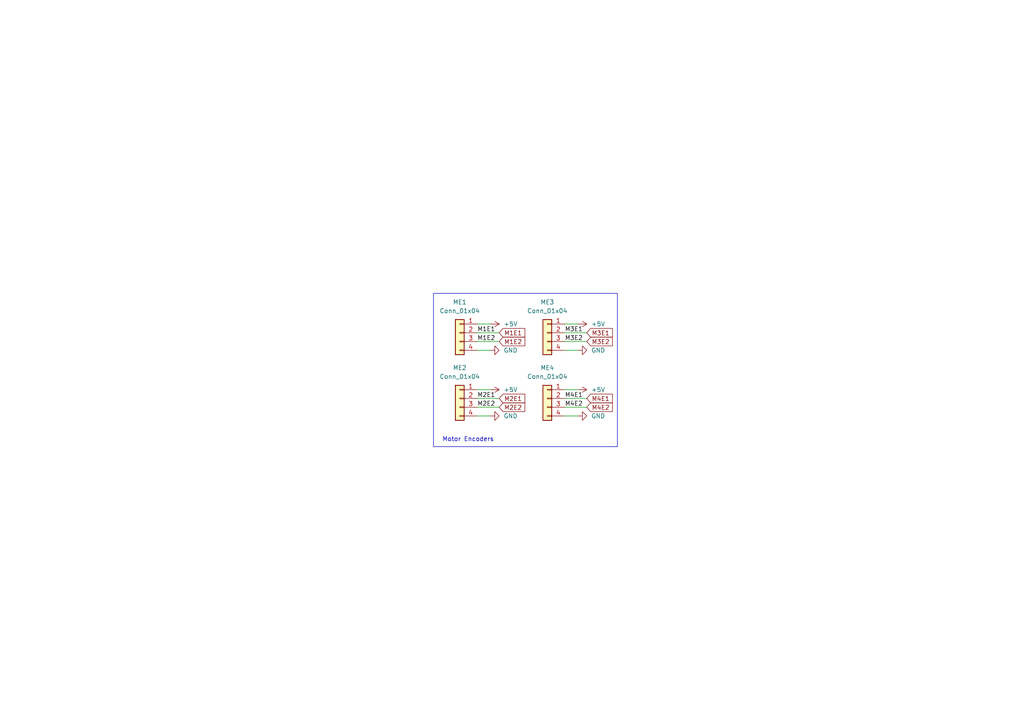
<source format=kicad_sch>
(kicad_sch (version 20230121) (generator eeschema)
  (paper "A4")
  (lib_symbols
    (symbol "Connector_Generic:Conn_01x04" (pin_names (offset 1.016) hide)
      (property "Reference" "J" (at 0 5.08 0))
      (property "Value" "Conn_01x04" (at 0 -7.62 0))
      (symbol "Conn_01x04_1_1"
        (rectangle (start -1.27 -4.953) (end 0 -5.207) (stroke (width 0.1524)))
        (rectangle (start -1.27 -2.413) (end 0 -2.667) (stroke (width 0.1524)))
        (rectangle (start -1.27 0.127) (end 0 -0.127) (stroke (width 0.1524)))
        (rectangle (start -1.27 2.667) (end 0 2.413) (stroke (width 0.1524)))
        (rectangle (start -1.27 3.81) (end 1.27 -6.35) (stroke (width 0.254)) (fill (type background)))
        (pin passive line (at -5.08 2.54 0) (length 3.81) (name "Pin_1") (number "1"))
        (pin passive line (at -5.08 0 0) (length 3.81) (name "Pin_2") (number "2"))
        (pin passive line (at -5.08 -2.54 0) (length 3.81) (name "Pin_3") (number "3"))
        (pin passive line (at -5.08 -5.08 0) (length 3.81) (name "Pin_4") (number "4"))
      )
    )
    (symbol "power:+5V" (power) (pin_names (offset 0))
      (property "Value" "+5V" (at 0 3.556 0))
      (symbol "+5V_0_1"
        (polyline (pts (xy -0.762 1.27) (xy 0 2.54)))
        (polyline (pts (xy 0 0) (xy 0 2.54)))
        (polyline (pts (xy 0 2.54) (xy 0.762 1.27)))
      )
      (symbol "+5V_1_1"
        (pin power_in line (at 0 0 90) (length 0) hide (name "+5V") (number "1"))
      )
    )
    (symbol "power:GND" (power) (pin_names (offset 0))
      (property "Value" "GND" (at 0 -3.81 0))
      (symbol "GND_0_1"
        (polyline (pts (xy 0 0) (xy 0 -1.27) (xy 1.27 -1.27) (xy 0 -2.54) (xy -1.27 -1.27) (xy 0 -1.27)))
      )
      (symbol "GND_1_1"
        (pin power_in line (at 0 0 270) (length 0) hide (name "GND") (number "1"))
      )
    )
  )
  (wire (pts (xy 163.83 101.6) (xy 167.64 101.6)))
  (wire (pts (xy 138.43 96.52) (xy 144.78 96.52)))
  (wire (pts (xy 163.83 115.57) (xy 170.18 115.57)))
  (wire (pts (xy 163.83 93.98) (xy 167.64 93.98)))
  (wire (pts (xy 138.43 113.03) (xy 142.24 113.03)))
  (wire (pts (xy 138.43 99.06) (xy 144.78 99.06)))
  (wire (pts (xy 163.83 96.52) (xy 170.18 96.52)))
  (wire (pts (xy 138.43 118.11) (xy 144.78 118.11)))
  (wire (pts (xy 163.83 120.65) (xy 167.64 120.65)))
  (wire (pts (xy 138.43 115.57) (xy 144.78 115.57)))
  (wire (pts (xy 138.43 120.65) (xy 142.24 120.65)))
  (wire (pts (xy 138.43 101.6) (xy 142.24 101.6)))
  (wire (pts (xy 163.83 99.06) (xy 170.18 99.06)))
  (wire (pts (xy 163.83 113.03) (xy 167.64 113.03)))
  (wire (pts (xy 163.83 118.11) (xy 170.18 118.11)))
  (wire (pts (xy 138.43 93.98) (xy 142.24 93.98)))
  (rectangle (start 125.73 85.09) (end 179.07 129.54))
  (text "Motor Encoders" (at 128.27 128.27 0) (effects (font (size 1.27 1.27)) (justify left bottom)))
  (label "M4E1" (at 163.83 115.57 0))
  (label "M4E2" (at 163.83 118.11 0))
  (label "M3E1" (at 163.83 96.52 0))
  (label "M2E2" (at 138.43 118.11 0))
  (label "M2E1" (at 138.43 115.57 0))
  (label "M1E2" (at 138.43 99.06 0))
  (label "M3E2" (at 163.83 99.06 0))
  (label "M1E1" (at 138.43 96.52 0))
  (global_label "M3E1" (shape input) (at 170.18 96.52 0) (property "Intersheetrefs" "${INTERSHEET_REFS}" (effects hide)))
  (global_label "M2E2" (shape input) (at 144.78 118.11 0) (property "Intersheetrefs" "${INTERSHEET_REFS}" (effects hide)))
  (global_label "M2E1" (shape input) (at 144.78 115.57 0) (property "Intersheetrefs" "${INTERSHEET_REFS}" (effects hide)))
  (global_label "M3E2" (shape input) (at 170.18 99.06 0) (property "Intersheetrefs" "${INTERSHEET_REFS}" (effects hide)))
  (global_label "M1E2" (shape input) (at 144.78 99.06 0) (property "Intersheetrefs" "${INTERSHEET_REFS}" (effects hide)))
  (global_label "M4E1" (shape input) (at 170.18 115.57 0) (property "Intersheetrefs" "${INTERSHEET_REFS}" (effects hide)))
  (global_label "M1E1" (shape input) (at 144.78 96.52 0) (property "Intersheetrefs" "${INTERSHEET_REFS}" (effects hide)))
  (global_label "M4E2" (shape input) (at 170.18 118.11 0) (property "Intersheetrefs" "${INTERSHEET_REFS}" (effects hide)))
  (symbol (lib_id "power:+5V") (at 167.64 93.98 270) (unit 1)
    (property "Reference" "#PWR029" (effects hide))
    (property "Value" "+5V" (at 171.45 93.9799 90) (effects (justify left)))
  )
  (symbol (lib_id "power:GND") (at 142.24 120.65 90) (unit 1)
    (property "Reference" "#PWR028" (effects hide))
    (property "Value" "GND" (at 146.05 120.6499 90) (effects (justify right)))
  )
  (symbol (lib_id "Connector_Generic:Conn_01x04") (at 158.75 115.57 0) (mirror y) (unit 1)
    (property "Reference" "ME4" (at 158.75 106.68 0))
    (property "Value" "Conn_01x04" (at 158.75 109.22 0))
    (instances (project "2024l1" (path "" (reference "ME4") (unit 1)) (path "" (reference "ME?") (unit 1))))
  )
  (symbol (lib_id "Connector_Generic:Conn_01x04") (at 133.35 96.52 0) (mirror y) (unit 1)
    (property "Reference" "ME1" (at 133.35 87.63 0))
    (property "Value" "Conn_01x04" (at 133.35 90.17 0))
    (instances (project "2024l1" (path "" (reference "ME1") (unit 1)) (path "" (reference "ME?") (unit 1))))
  )
  (symbol (lib_id "power:GND") (at 142.24 101.6 90) (unit 1)
    (property "Reference" "#PWR025" (effects hide))
    (property "Value" "GND" (at 146.05 101.5999 90) (effects (justify right)))
    (instances (project "2024l1" (path "" (reference "#PWR025") (unit 1)) (path "" (reference "#PWR026") (unit 1))))
  )
  (symbol (lib_id "power:+5V") (at 142.24 113.03 270) (unit 1)
    (property "Reference" "#PWR027" (effects hide))
    (property "Value" "+5V" (at 146.05 113.0299 90) (effects (justify left)))
  )
  (symbol (lib_id "power:GND") (at 167.64 101.6 90) (unit 1)
    (property "Reference" "#PWR030" (effects hide))
    (property "Value" "GND" (at 171.45 101.5999 90) (effects (justify right)))
  )
  (symbol (lib_id "power:+5V") (at 167.64 113.03 270) (unit 1)
    (property "Reference" "#PWR031" (effects hide))
    (property "Value" "+5V" (at 171.45 113.0299 90) (effects (justify left)))
  )
  (symbol (lib_id "Connector_Generic:Conn_01x04") (at 133.35 115.57 0) (mirror y) (unit 1)
    (property "Reference" "ME2" (at 133.35 106.68 0))
    (property "Value" "Conn_01x04" (at 133.35 109.22 0))
    (instances (project "2024l1" (path "" (reference "ME2") (unit 1)) (path "" (reference "ME?") (unit 1))))
  )
  (symbol (lib_id "power:+5V") (at 142.24 93.98 270) (unit 1)
    (property "Reference" "#PWR026" (effects hide))
    (property "Value" "+5V" (at 146.05 93.9799 90) (effects (justify left)))
    (instances (project "2024l1" (path "" (reference "#PWR026") (unit 1)) (path "" (reference "#PWR025") (unit 1))))
  )
  (symbol (lib_id "power:GND") (at 167.64 120.65 90) (unit 1)
    (property "Reference" "#PWR032" (effects hide))
    (property "Value" "GND" (at 171.45 120.6499 90) (effects (justify right)))
  )
  (symbol (lib_id "Connector_Generic:Conn_01x04") (at 158.75 96.52 0) (mirror y) (unit 1)
    (property "Reference" "ME3" (at 158.75 87.63 0))
    (property "Value" "Conn_01x04" (at 158.75 90.17 0))
    (instances (project "2024l1" (path "" (reference "ME3") (unit 1)) (path "" (reference "ME?") (unit 1))))
  )
)
</source>
